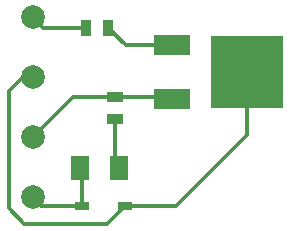
<source format=gtl>
G04 (created by PCBNEW (2013-07-07 BZR 4022)-stable) date 3/9/2015 12:27:52 PM*
%MOIN*%
G04 Gerber Fmt 3.4, Leading zero omitted, Abs format*
%FSLAX34Y34*%
G01*
G70*
G90*
G04 APERTURE LIST*
%ADD10C,0.00590551*%
%ADD11R,0.0472X0.0276*%
%ADD12R,0.06X0.08*%
%ADD13R,0.035X0.055*%
%ADD14R,0.055X0.035*%
%ADD15C,0.0787402*%
%ADD16R,0.12X0.065*%
%ADD17R,0.24X0.24*%
%ADD18C,0.011811*%
G04 APERTURE END LIST*
G54D10*
G54D11*
X10963Y-14581D03*
X9507Y-14581D03*
G54D12*
X9442Y-13342D03*
X10742Y-13342D03*
G54D13*
X9651Y-8646D03*
X10401Y-8646D03*
G54D14*
X10630Y-10948D03*
X10630Y-11698D03*
G54D15*
X7876Y-8298D03*
X7876Y-10298D03*
X7876Y-12298D03*
X7876Y-14298D03*
G54D16*
X12532Y-9224D03*
G54D17*
X15032Y-10124D03*
G54D16*
X12532Y-11024D03*
G54D18*
X9507Y-14581D02*
X8159Y-14581D01*
X8159Y-14581D02*
X7876Y-14298D01*
X9507Y-14581D02*
X9507Y-13407D01*
X9507Y-13407D02*
X9442Y-13342D01*
X9651Y-8646D02*
X8224Y-8646D01*
X8224Y-8646D02*
X7876Y-8298D01*
X10963Y-14581D02*
X12664Y-14581D01*
X15032Y-12213D02*
X15032Y-10124D01*
X12664Y-14581D02*
X15032Y-12213D01*
X7876Y-10298D02*
X7541Y-10298D01*
X10359Y-15185D02*
X10963Y-14581D01*
X7591Y-15185D02*
X10359Y-15185D01*
X7075Y-14669D02*
X7591Y-15185D01*
X7075Y-10764D02*
X7075Y-14669D01*
X7541Y-10298D02*
X7075Y-10764D01*
X10630Y-10948D02*
X12456Y-10948D01*
X12456Y-10948D02*
X12532Y-11024D01*
X10630Y-10948D02*
X9226Y-10948D01*
X9226Y-10948D02*
X7876Y-12298D01*
X10630Y-11698D02*
X10630Y-13230D01*
X10630Y-13230D02*
X10742Y-13342D01*
X12532Y-9224D02*
X10979Y-9224D01*
X10979Y-9224D02*
X10401Y-8646D01*
M02*

</source>
